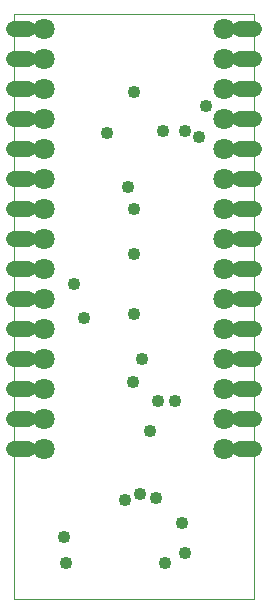
<source format=gbs>
G75*
%MOIN*%
%OFA0B0*%
%FSLAX25Y25*%
%IPPOS*%
%LPD*%
%AMOC8*
5,1,8,0,0,1.08239X$1,22.5*
%
%ADD10C,0.00000*%
%ADD11C,0.07100*%
%ADD12C,0.05224*%
%ADD13C,0.04262*%
D10*
X0005050Y0028010D02*
X0005050Y0223010D01*
X0085050Y0223010D01*
X0085050Y0028010D01*
X0005050Y0028010D01*
D11*
X0015050Y0078010D03*
X0015050Y0088010D03*
X0015050Y0098010D03*
X0015050Y0108010D03*
X0015050Y0118010D03*
X0015050Y0128010D03*
X0015050Y0138010D03*
X0015050Y0148010D03*
X0015050Y0158010D03*
X0015050Y0168010D03*
X0015050Y0178010D03*
X0015050Y0188010D03*
X0015050Y0198010D03*
X0015050Y0208010D03*
X0015050Y0218010D03*
X0075050Y0218010D03*
X0075050Y0208010D03*
X0075050Y0198010D03*
X0075050Y0188010D03*
X0075050Y0178010D03*
X0075050Y0168010D03*
X0075050Y0158010D03*
X0075050Y0148010D03*
X0075050Y0138010D03*
X0075050Y0128010D03*
X0075050Y0118010D03*
X0075050Y0108010D03*
X0075050Y0098010D03*
X0075050Y0088010D03*
X0075050Y0078010D03*
D12*
X0080326Y0078010D02*
X0085050Y0078010D01*
X0085050Y0088010D02*
X0080326Y0088010D01*
X0080326Y0098010D02*
X0085050Y0098010D01*
X0085050Y0108010D02*
X0080326Y0108010D01*
X0080326Y0118010D02*
X0085050Y0118010D01*
X0085050Y0128010D02*
X0080326Y0128010D01*
X0080326Y0138010D02*
X0085050Y0138010D01*
X0085050Y0148010D02*
X0080326Y0148010D01*
X0080326Y0158010D02*
X0085050Y0158010D01*
X0085050Y0168010D02*
X0080326Y0168010D01*
X0080326Y0178010D02*
X0085050Y0178010D01*
X0085050Y0188010D02*
X0080326Y0188010D01*
X0080326Y0198010D02*
X0085050Y0198010D01*
X0085050Y0208010D02*
X0080326Y0208010D01*
X0080326Y0218010D02*
X0085050Y0218010D01*
X0009774Y0218010D02*
X0005050Y0218010D01*
X0005050Y0208010D02*
X0009774Y0208010D01*
X0009774Y0198010D02*
X0005050Y0198010D01*
X0005050Y0188010D02*
X0009774Y0188010D01*
X0009774Y0178010D02*
X0005050Y0178010D01*
X0005050Y0168010D02*
X0009774Y0168010D01*
X0009774Y0158010D02*
X0005050Y0158010D01*
X0005050Y0148010D02*
X0009774Y0148010D01*
X0009774Y0138010D02*
X0005050Y0138010D01*
X0005050Y0128010D02*
X0009774Y0128010D01*
X0009774Y0118010D02*
X0005050Y0118010D01*
X0005050Y0108010D02*
X0009774Y0108010D01*
X0009774Y0098010D02*
X0005050Y0098010D01*
X0005050Y0088010D02*
X0009774Y0088010D01*
X0009774Y0078010D02*
X0005050Y0078010D01*
D13*
X0021750Y0048910D03*
X0022350Y0040010D03*
X0042050Y0061110D03*
X0047050Y0063210D03*
X0052150Y0061810D03*
X0050250Y0084010D03*
X0053050Y0094010D03*
X0058550Y0094010D03*
X0047550Y0108010D03*
X0044550Y0100510D03*
X0045050Y0123010D03*
X0045050Y0143010D03*
X0045050Y0158010D03*
X0043050Y0165510D03*
X0035950Y0183510D03*
X0045050Y0197010D03*
X0054550Y0184010D03*
X0062050Y0184010D03*
X0066550Y0182010D03*
X0069050Y0192510D03*
X0028350Y0121710D03*
X0025050Y0133010D03*
X0061050Y0053510D03*
X0061950Y0043310D03*
X0055450Y0040210D03*
M02*

</source>
